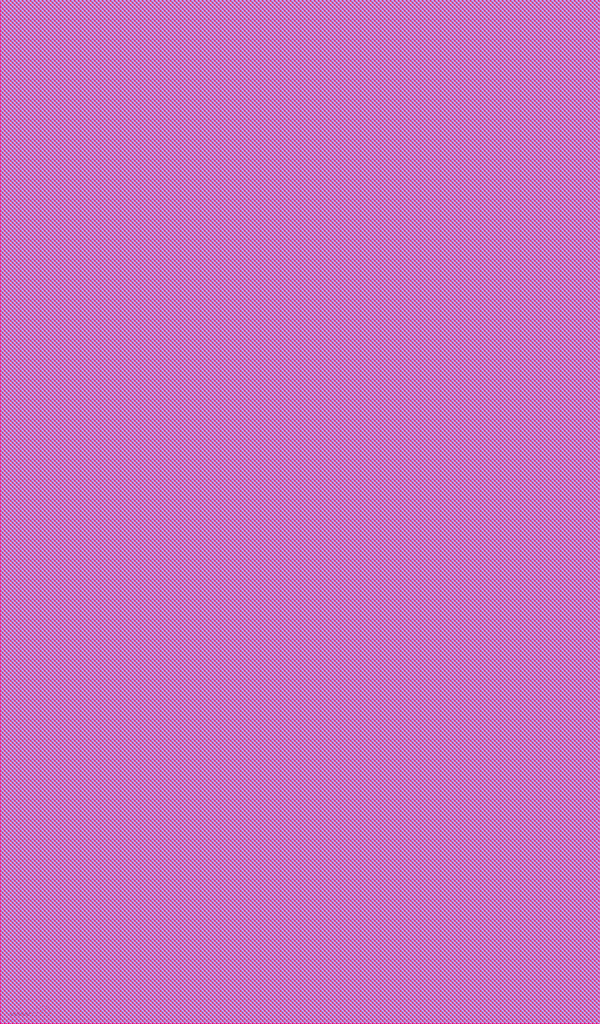
<source format=lef>
###############################################################################
#TSMC Library/IP Product
#Filename: tpb018v_6lm.lef
#Technology: 018
#Product Type: I/O PAD
#Product Name: tpb018v
#Version: 180a
###############################################################################
# 
#STATEMENT OF USE
#
#This information contains confidential and proprietary information of TSMC.
#No part of this information may be reproduced, transmitted, transcribed,
#stored in a retrieval system, or translated into any human or computer
#language, in any form or by any means, electronic, mechanical, magnetic,
#optical, chemical, manual, or otherwise, without the prior written permission
#of TSMC. This information was prepared for informational purpose and is for
#use by TSMC's customers only. TSMC reserves the right to make changes in the
#information at any time and without notice.
# 
###############################################################################

MACRO PAD50LA
    CLASS BLOCK ;
    FOREIGN PAD50LA 0.000 -84.000  ;
    ORIGIN 0.000 84.000 ;
    SIZE 50.000 BY 84.000 ;
    SYMMETRY X Y R90 ;
    OBS
        LAYER METAL1 ;
        RECT  0.000 -84.000 50.000 0.000 ;
        LAYER METAL2 ;
        RECT  0.000 -84.000 50.000 0.000 ;
        LAYER METAL3 ;
        RECT  0.000 -84.000 50.000 0.000 ;
        LAYER METAL4 ;
        RECT  0.000 -84.000 50.000 0.000 ;
        LAYER METAL5 ;
        RECT  0.000 -84.000 50.000 0.000 ;
        LAYER METAL6 ;
        RECT  0.000 -84.000 50.000 0.000 ;
    END
END PAD50LA

MACRO PAD50LA_OBV
    CLASS BLOCK ;
    FOREIGN PAD50LA_OBV 0.000 -88.580  ;
    ORIGIN 0.000 88.580 ;
    SIZE 50.000 BY 88.580 ;
    SYMMETRY X Y R90 ;
    OBS
        LAYER METAL1 ;
        RECT  0.000 -88.580 50.000 0.000 ;
        LAYER METAL2 ;
        RECT  0.000 -88.580 50.000 0.000 ;
        LAYER METAL3 ;
        RECT  0.000 -88.580 50.000 0.000 ;
        LAYER METAL4 ;
        RECT  0.000 -88.580 50.000 0.000 ;
        LAYER METAL5 ;
        RECT  0.000 -88.580 50.000 0.000 ;
        LAYER METAL6 ;
        RECT  0.000 -88.580 50.000 0.000 ;
    END
END PAD50LA_OBV

MACRO PAD50LAR_OBV
    CLASS BLOCK ;
    FOREIGN PAD50LAR_OBV 0.000 -88.500  ;
    ORIGIN 0.000 88.500 ;
    SIZE 50.000 BY 88.500 ;
    SYMMETRY X Y R90 ;
    OBS
        LAYER METAL1 ;
        RECT  0.000 -88.500 50.000 0.000 ;
        LAYER METAL2 ;
        RECT  0.000 -88.500 50.000 0.000 ;
        LAYER METAL3 ;
        RECT  0.000 -88.500 50.000 0.000 ;
        LAYER METAL4 ;
        RECT  0.000 -88.500 50.000 0.000 ;
        LAYER METAL5 ;
        RECT  0.000 -88.500 50.000 0.000 ;
        LAYER METAL6 ;
        RECT  0.000 -88.500 50.000 0.000 ;
    END
END PAD50LAR_OBV

MACRO PAD50LAR_SM
    CLASS BLOCK ;
    FOREIGN PAD50LAR_SM 0.000 -84.000  ;
    ORIGIN 0.000 84.000 ;
    SIZE 50.000 BY 84.000 ;
    SYMMETRY X Y R90 ;
    OBS
        LAYER METAL1 ;
        RECT  0.000 -84.000 50.000 0.000 ;
        LAYER METAL2 ;
        RECT  0.000 -84.000 50.000 0.000 ;
        LAYER METAL3 ;
        RECT  0.000 -84.000 50.000 0.000 ;
        LAYER METAL4 ;
        RECT  0.000 -84.000 50.000 0.000 ;
        LAYER METAL5 ;
        RECT  0.000 -84.000 50.000 0.000 ;
        LAYER METAL6 ;
        RECT  0.000 -84.000 50.000 0.000 ;
    END
END PAD50LAR_SM

MACRO PAD50LAR_TRL
    CLASS BLOCK ;
    FOREIGN PAD50LAR_TRL 0.000 -84.000  ;
    ORIGIN 0.000 84.000 ;
    SIZE 50.000 BY 84.000 ;
    SYMMETRY X Y R90 ;
    OBS
        LAYER METAL1 ;
        RECT  0.000 -84.000 50.000 0.000 ;
        LAYER METAL2 ;
        RECT  0.000 -84.000 50.000 0.000 ;
        LAYER METAL3 ;
        RECT  0.000 -84.000 50.000 0.000 ;
        LAYER METAL4 ;
        RECT  0.000 -84.000 50.000 0.000 ;
        LAYER METAL5 ;
        RECT  0.000 -84.000 50.000 0.000 ;
        LAYER METAL6 ;
        RECT  0.000 -84.000 50.000 0.000 ;
    END
END PAD50LAR_TRL

MACRO PAD50LA_TRL
    CLASS BLOCK ;
    FOREIGN PAD50LA_TRL 0.000 -84.000  ;
    ORIGIN 0.000 84.000 ;
    SIZE 50.000 BY 84.000 ;
    SYMMETRY X Y R90 ;
    OBS
        LAYER METAL1 ;
        RECT  0.000 -84.000 50.000 0.000 ;
        LAYER METAL2 ;
        RECT  0.000 -84.000 50.000 0.000 ;
        LAYER METAL3 ;
        RECT  0.000 -84.000 50.000 0.000 ;
        LAYER METAL4 ;
        RECT  0.000 -84.000 50.000 0.000 ;
        LAYER METAL5 ;
        RECT  0.000 -84.000 50.000 0.000 ;
        LAYER METAL6 ;
        RECT  0.000 -84.000 50.000 0.000 ;
    END
END PAD50LA_TRL

MACRO PAD60L
    CLASS BLOCK ;
    FOREIGN PAD60L 0.000 -102.400  ;
    ORIGIN 0.000 102.400 ;
    SIZE 50.000 BY 102.400 ;
    SYMMETRY X Y R90 ;
    OBS
        LAYER METAL1 ;
        RECT  0.000 -102.400 50.000 0.000 ;
        LAYER METAL2 ;
        RECT  0.000 -102.400 50.000 0.000 ;
        LAYER METAL3 ;
        RECT  0.000 -102.400 50.000 0.000 ;
        LAYER METAL4 ;
        RECT  0.000 -102.400 50.000 0.000 ;
        LAYER METAL5 ;
        RECT  0.000 -102.400 50.000 0.000 ;
        LAYER METAL6 ;
        RECT  0.000 -102.400 50.000 0.000 ;
    END
END PAD60L

MACRO PAD60LA
    CLASS BLOCK ;
    FOREIGN PAD60LA 0.000 -99.240  ;
    ORIGIN 0.000 99.240 ;
    SIZE 50.000 BY 99.240 ;
    SYMMETRY X Y R90 ;
    OBS
        LAYER METAL1 ;
        RECT  0.000 -99.240 50.000 0.000 ;
        LAYER METAL2 ;
        RECT  0.000 -99.240 50.000 0.000 ;
        LAYER METAL3 ;
        RECT  0.000 -99.240 50.000 0.000 ;
        LAYER METAL4 ;
        RECT  0.000 -99.240 50.000 0.000 ;
        LAYER METAL5 ;
        RECT  0.000 -99.240 50.000 0.000 ;
        LAYER METAL6 ;
        RECT  0.000 -99.240 50.000 0.000 ;
    END
END PAD60LA

MACRO PAD60LA_OBV
    CLASS BLOCK ;
    FOREIGN PAD60LA_OBV 0.000 -74.580  ;
    ORIGIN 0.000 74.580 ;
    SIZE 50.000 BY 74.580 ;
    SYMMETRY X Y R90 ;
    OBS
        LAYER METAL1 ;
        RECT  0.000 -74.580 50.000 0.000 ;
        LAYER METAL2 ;
        RECT  0.000 -74.580 50.000 0.000 ;
        LAYER METAL3 ;
        RECT  0.000 -74.580 50.000 0.000 ;
        LAYER METAL4 ;
        RECT  0.000 -74.580 50.000 0.000 ;
        LAYER METAL5 ;
        RECT  0.000 -74.580 50.000 0.000 ;
        LAYER METAL6 ;
        RECT  0.000 -74.580 50.000 0.000 ;
    END
END PAD60LA_OBV

MACRO PAD60LAR_OBV
    CLASS BLOCK ;
    FOREIGN PAD60LAR_OBV 0.000 -74.580  ;
    ORIGIN 0.000 74.580 ;
    SIZE 50.000 BY 74.580 ;
    SYMMETRY X Y R90 ;
    OBS
        LAYER METAL1 ;
        RECT  0.000 -74.580 50.000 0.000 ;
        LAYER METAL2 ;
        RECT  0.000 -74.580 50.000 0.000 ;
        LAYER METAL3 ;
        RECT  0.000 -74.580 50.000 0.000 ;
        LAYER METAL4 ;
        RECT  0.000 -74.580 50.000 0.000 ;
        LAYER METAL5 ;
        RECT  0.000 -74.580 50.000 0.000 ;
        LAYER METAL6 ;
        RECT  0.000 -74.580 50.000 0.000 ;
    END
END PAD60LAR_OBV

MACRO PAD60LAR_SM
    CLASS BLOCK ;
    FOREIGN PAD60LAR_SM 0.000 -99.240  ;
    ORIGIN 0.000 99.240 ;
    SIZE 50.000 BY 99.240 ;
    SYMMETRY X Y R90 ;
    OBS
        LAYER METAL1 ;
        RECT  0.000 -99.240 50.000 0.000 ;
        LAYER METAL2 ;
        RECT  0.000 -99.240 50.000 0.000 ;
        LAYER METAL3 ;
        RECT  0.000 -99.240 50.000 0.000 ;
        LAYER METAL4 ;
        RECT  0.000 -99.240 50.000 0.000 ;
        LAYER METAL5 ;
        RECT  0.000 -99.240 50.000 0.000 ;
        LAYER METAL6 ;
        RECT  0.000 -99.240 50.000 0.000 ;
    END
END PAD60LAR_SM

MACRO PAD60LAR_TRL
    CLASS BLOCK ;
    FOREIGN PAD60LAR_TRL 0.000 -99.240  ;
    ORIGIN 0.000 99.240 ;
    SIZE 50.000 BY 99.240 ;
    SYMMETRY X Y R90 ;
    OBS
        LAYER METAL1 ;
        RECT  0.000 -99.240 50.000 0.000 ;
        LAYER METAL2 ;
        RECT  0.000 -99.240 50.000 0.000 ;
        LAYER METAL3 ;
        RECT  0.000 -99.240 50.000 0.000 ;
        LAYER METAL4 ;
        RECT  0.000 -99.240 50.000 0.000 ;
        LAYER METAL5 ;
        RECT  0.000 -99.240 50.000 0.000 ;
        LAYER METAL6 ;
        RECT  0.000 -99.240 50.000 0.000 ;
    END
END PAD60LAR_TRL

MACRO PAD60LA_TRL
    CLASS BLOCK ;
    FOREIGN PAD60LA_TRL 0.000 -99.240  ;
    ORIGIN 0.000 99.240 ;
    SIZE 50.000 BY 99.240 ;
    SYMMETRY X Y R90 ;
    OBS
        LAYER METAL1 ;
        RECT  0.000 -99.240 50.000 0.000 ;
        LAYER METAL2 ;
        RECT  0.000 -99.240 50.000 0.000 ;
        LAYER METAL3 ;
        RECT  0.000 -99.240 50.000 0.000 ;
        LAYER METAL4 ;
        RECT  0.000 -99.240 50.000 0.000 ;
        LAYER METAL5 ;
        RECT  0.000 -99.240 50.000 0.000 ;
        LAYER METAL6 ;
        RECT  0.000 -99.240 50.000 0.000 ;
    END
END PAD60LA_TRL

MACRO PAD60L_OBV
    CLASS BLOCK ;
    FOREIGN PAD60L_OBV 0.000 -74.580  ;
    ORIGIN 0.000 74.580 ;
    SIZE 60.000 BY 74.580 ;
    SYMMETRY X Y R90 ;
    OBS
        LAYER METAL1 ;
        RECT  0.000 -74.580 60.000 0.000 ;
        LAYER METAL2 ;
        RECT  0.000 -74.580 60.000 0.000 ;
        LAYER METAL3 ;
        RECT  0.000 -74.580 60.000 0.000 ;
        LAYER METAL4 ;
        RECT  0.000 -74.580 60.000 0.000 ;
        LAYER METAL5 ;
        RECT  0.000 -74.580 60.000 0.000 ;
        LAYER METAL6 ;
        RECT  0.000 -74.580 60.000 0.000 ;
    END
END PAD60L_OBV

MACRO PAD60L_TRL
    CLASS BLOCK ;
    FOREIGN PAD60L_TRL 0.000 -102.400  ;
    ORIGIN 0.000 102.400 ;
    SIZE 60.000 BY 102.400 ;
    SYMMETRY X Y R90 ;
    OBS
        LAYER METAL1 ;
        RECT  0.000 -102.400 60.000 0.000 ;
        LAYER METAL2 ;
        RECT  0.000 -102.400 60.000 0.000 ;
        LAYER METAL3 ;
        RECT  0.000 -102.400 60.000 0.000 ;
        LAYER METAL4 ;
        RECT  0.000 -102.400 60.000 0.000 ;
        LAYER METAL5 ;
        RECT  0.000 -102.400 60.000 0.000 ;
        LAYER METAL6 ;
        RECT  0.000 -102.400 60.000 0.000 ;
    END
END PAD60L_TRL

MACRO PAD70L
    CLASS BLOCK ;
    FOREIGN PAD70L 0.000 -72.500  ;
    ORIGIN 0.000 72.500 ;
    SIZE 70.000 BY 72.500 ;
    SYMMETRY X Y R90 ;
    OBS
        LAYER METAL1 ;
        RECT  0.000 -72.500 70.000 0.000 ;
        LAYER METAL2 ;
        RECT  0.000 -72.500 70.000 0.000 ;
        LAYER METAL3 ;
        RECT  0.000 -72.500 70.000 0.000 ;
        LAYER METAL4 ;
        RECT  0.000 -72.500 70.000 0.000 ;
        LAYER METAL5 ;
        RECT  0.000 -72.500 70.000 0.000 ;
        LAYER METAL6 ;
        RECT  0.000 -72.500 70.000 0.000 ;
    END
END PAD70L

MACRO PAD70L_OBV
    CLASS BLOCK ;
    FOREIGN PAD70L_OBV 0.000 -74.580  ;
    ORIGIN 0.000 74.580 ;
    SIZE 70.000 BY 74.580 ;
    SYMMETRY X Y R90 ;
    OBS
        LAYER METAL1 ;
        RECT  0.000 -74.580 70.000 0.000 ;
        LAYER METAL2 ;
        RECT  0.000 -74.580 70.000 0.000 ;
        LAYER METAL3 ;
        RECT  0.000 -74.580 70.000 0.000 ;
        LAYER METAL4 ;
        RECT  0.000 -74.580 70.000 0.000 ;
        LAYER METAL5 ;
        RECT  0.000 -74.580 70.000 0.000 ;
        LAYER METAL6 ;
        RECT  0.000 -74.580 70.000 0.000 ;
    END
END PAD70L_OBV

MACRO PAD70L_TRL
    CLASS BLOCK ;
    FOREIGN PAD70L_TRL 0.000 -72.500  ;
    ORIGIN 0.000 72.500 ;
    SIZE 70.000 BY 72.500 ;
    SYMMETRY X Y R90 ;
    OBS
        LAYER METAL1 ;
        RECT  0.000 -72.500 70.000 0.000 ;
        LAYER METAL2 ;
        RECT  0.000 -72.500 70.000 0.000 ;
        LAYER METAL3 ;
        RECT  0.000 -72.500 70.000 0.000 ;
        LAYER METAL4 ;
        RECT  0.000 -72.500 70.000 0.000 ;
        LAYER METAL5 ;
        RECT  0.000 -72.500 70.000 0.000 ;
        LAYER METAL6 ;
        RECT  0.000 -72.500 70.000 0.000 ;
    END
END PAD70L_TRL

MACRO PAD80L
    CLASS BLOCK ;
    FOREIGN PAD80L 0.000 -72.500  ;
    ORIGIN 0.000 72.500 ;
    SIZE 80.000 BY 72.500 ;
    SYMMETRY X Y R90 ;
    OBS
        LAYER METAL1 ;
        RECT  0.000 -72.500 80.000 0.000 ;
        LAYER METAL2 ;
        RECT  0.000 -72.500 80.000 0.000 ;
        LAYER METAL3 ;
        RECT  0.000 -72.500 80.000 0.000 ;
        LAYER METAL4 ;
        RECT  0.000 -72.500 80.000 0.000 ;
        LAYER METAL5 ;
        RECT  0.000 -72.500 80.000 0.000 ;
        LAYER METAL6 ;
        RECT  0.000 -72.500 80.000 0.000 ;
    END
END PAD80L

MACRO PAD80L_OBV
    CLASS BLOCK ;
    FOREIGN PAD80L_OBV 0.000 -74.580  ;
    ORIGIN 0.000 74.580 ;
    SIZE 80.000 BY 74.580 ;
    SYMMETRY X Y R90 ;
    OBS
        LAYER METAL1 ;
        RECT  0.000 -74.580 80.000 0.000 ;
        LAYER METAL2 ;
        RECT  0.000 -74.580 80.000 0.000 ;
        LAYER METAL3 ;
        RECT  0.000 -74.580 80.000 0.000 ;
        LAYER METAL4 ;
        RECT  0.000 -74.580 80.000 0.000 ;
        LAYER METAL5 ;
        RECT  0.000 -74.580 80.000 0.000 ;
        LAYER METAL6 ;
        RECT  0.000 -74.580 80.000 0.000 ;
    END
END PAD80L_OBV

MACRO PAD80L_TRL
    CLASS BLOCK ;
    FOREIGN PAD80L_TRL 0.000 -72.500  ;
    ORIGIN 0.000 72.500 ;
    SIZE 80.000 BY 72.500 ;
    SYMMETRY X Y R90 ;
    OBS
        LAYER METAL1 ;
        RECT  0.000 -72.500 80.000 0.000 ;
        LAYER METAL2 ;
        RECT  0.000 -72.500 80.000 0.000 ;
        LAYER METAL3 ;
        RECT  0.000 -72.500 80.000 0.000 ;
        LAYER METAL4 ;
        RECT  0.000 -72.500 80.000 0.000 ;
        LAYER METAL5 ;
        RECT  0.000 -72.500 80.000 0.000 ;
        LAYER METAL6 ;
        RECT  0.000 -72.500 80.000 0.000 ;
    END
END PAD80L_TRL

END LIBRARY

</source>
